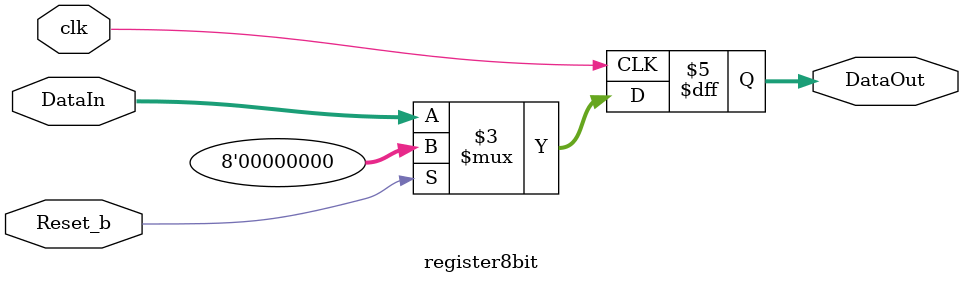
<source format=sv>
module part2(input logic Clock, Reset_b, input logic[3:0] Data, input logic [1:0] Function, output logic [7:0] ALUout);
    logic [7:0] c1;
    assign ALUout = 8'b0;
    always_comb
    begin
        case (Function)
            2'b00: c1 = Data + ALUout[4:0];
            2'b01: c1 = Data * ALUout[4:0];
            2'b10: c1 = ALUout << Data;
            2'b11: c1 = c1;
            default: c1 = 8'b0;
        endcase
    end
    register8bit u1(Clock, Reset_b, c1, ALUout);
endmodule

module register8bit(input logic clk, Reset_b, input logic [7:0] DataIn, output logic [7:0] DataOut);
    always_ff @(posedge clk)
    begin
        if (Reset_b)
            DataOut <= 8'b0;
        else
            DataOut <= DataIn;
    end
endmodule


</source>
